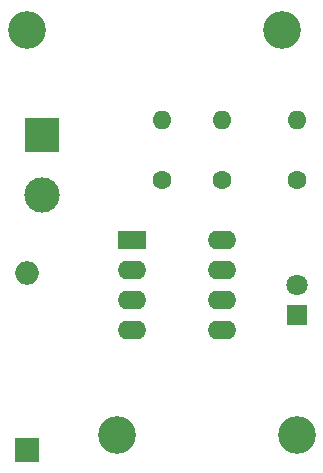
<source format=gbr>
%TF.GenerationSoftware,KiCad,Pcbnew,5.1.9-73d0e3b20d~88~ubuntu20.04.1*%
%TF.CreationDate,2021-02-11T17:45:22+05:30*%
%TF.ProjectId,Design your own Circuit Boards using Kicad Part 1 (FREE software),44657369-676e-4207-996f-7572206f776e,rev?*%
%TF.SameCoordinates,Original*%
%TF.FileFunction,Soldermask,Bot*%
%TF.FilePolarity,Negative*%
%FSLAX46Y46*%
G04 Gerber Fmt 4.6, Leading zero omitted, Abs format (unit mm)*
G04 Created by KiCad (PCBNEW 5.1.9-73d0e3b20d~88~ubuntu20.04.1) date 2021-02-11 17:45:22*
%MOMM*%
%LPD*%
G01*
G04 APERTURE LIST*
%ADD10C,3.200000*%
%ADD11C,1.600000*%
%ADD12O,1.600000X1.600000*%
%ADD13R,2.400000X1.600000*%
%ADD14O,2.400000X1.600000*%
%ADD15R,3.000000X3.000000*%
%ADD16C,3.000000*%
%ADD17R,2.000000X2.000000*%
%ADD18O,2.000000X2.000000*%
%ADD19R,1.800000X1.800000*%
%ADD20C,1.800000*%
G04 APERTURE END LIST*
D10*
%TO.C,REF\u002A\u002A*%
X53340000Y-81280000D03*
%TD*%
D11*
%TO.C,R1*%
X69850000Y-93980000D03*
D12*
X69850000Y-88900000D03*
%TD*%
D13*
%TO.C,U1*%
X62230000Y-99060000D03*
D14*
X69850000Y-106680000D03*
X62230000Y-101600000D03*
X69850000Y-104140000D03*
X62230000Y-104140000D03*
X69850000Y-101600000D03*
X62230000Y-106680000D03*
X69850000Y-99060000D03*
%TD*%
D12*
%TO.C,R2*%
X64770000Y-88900000D03*
D11*
X64770000Y-93980000D03*
%TD*%
%TO.C,R3*%
X76200000Y-93980000D03*
D12*
X76200000Y-88900000D03*
%TD*%
D15*
%TO.C,J1*%
X54610000Y-90170000D03*
D16*
X54610000Y-95250000D03*
%TD*%
D17*
%TO.C,C1*%
X53340000Y-116840000D03*
D18*
X53340000Y-101840000D03*
%TD*%
D10*
%TO.C,REF\u002A\u002A*%
X74930000Y-81280000D03*
%TD*%
D19*
%TO.C,D1*%
X76200000Y-105410000D03*
D20*
X76200000Y-102870000D03*
%TD*%
D10*
%TO.C,REF\u002A\u002A*%
X60960000Y-115570000D03*
%TD*%
%TO.C,REF\u002A\u002A*%
X76200000Y-115570000D03*
%TD*%
M02*

</source>
